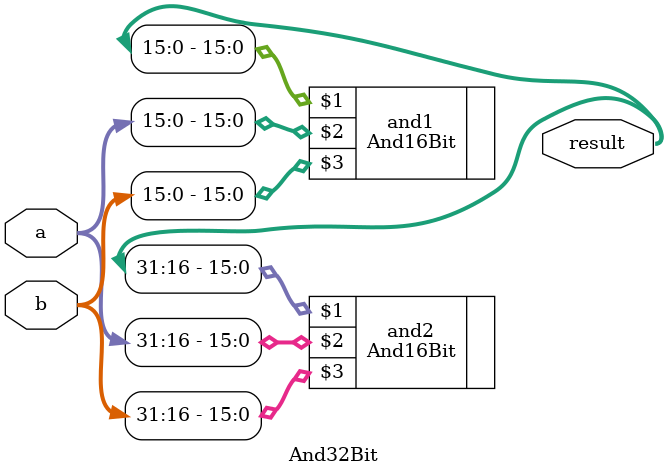
<source format=v>
module And32Bit(output[32:0] result,
					input[32:0] a, 
					input[32:0] b);

	And16Bit and1(result[15:0], a[15:0], b[15:0]);
	And16Bit and2(result[31:16], a[31:16], b[31:16]);

endmodule 
</source>
